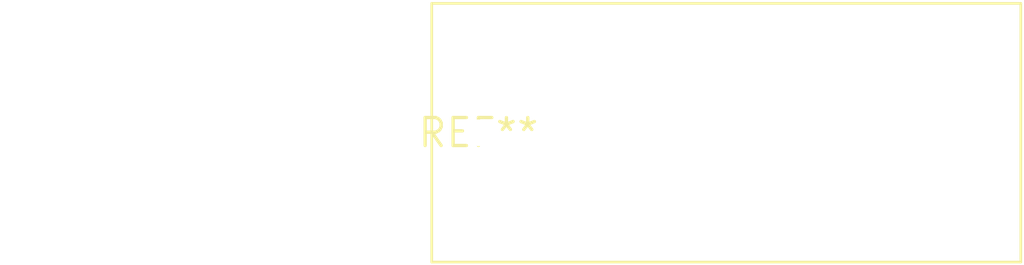
<source format=kicad_pcb>
(kicad_pcb (version 20240108) (generator pcbnew)
  (layers (0 "F.Cu" signal) (31 "B.Cu" signal) (34 "B.Paste" user) (35 "F.Paste" user) (36 "B.SilkS" user "B.Silkscreen") (37 "F.SilkS" user "F.Silkscreen") (38 "B.Mask" user) (39 "F.Mask" user) (44 "Edge.Cuts" user))
  (net 0 "")
  (footprint "C_Rect_L26.5mm_W11.5mm_P22.50mm_MKS4" (layer "F.Cu") (at 0 0)
    (property "Reference" "REF**")
    (property "Value" "C_Rect_L26.5mm_W11.5mm_P22.50mm_MKS4")
    (fp_line (start -2.12 -5.87) (end -2.12 5.87) (layer "F.SilkS") (stroke (width 0.12)))
    (fp_line (start -2.12 -5.87) (end 24.62 -5.87) (layer "F.SilkS") (stroke (width 0.12)))
    (fp_line (start -2.12 5.87) (end 24.62 5.87) (layer "F.SilkS") (stroke (width 0.12)))
    (fp_line (start 24.62 -5.87) (end 24.62 5.87) (layer "F.SilkS") (stroke (width 0.12)))
    (pad "1" thru_hole circle (at 0 0) (size 2.4 2.4) (drill 1.2) (layers *.Cu *.Mask) (remove_unused_layers))
    (pad "2" thru_hole circle (at 22.5 0) (size 2.4 2.4) (drill 1.2) (layers *.Cu *.Mask) (remove_unused_layers))
  )
)
</source>
